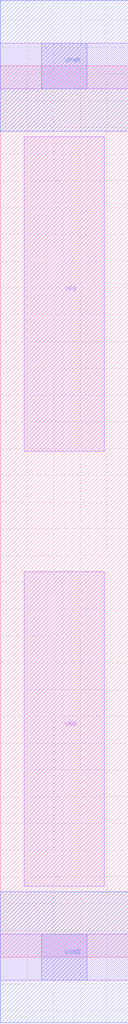
<source format=lef>
# Copyright 2020 The SkyWater PDK Authors
#
# Licensed under the Apache License, Version 2.0 (the "License");
# you may not use this file except in compliance with the License.
# You may obtain a copy of the License at
#
#     https://www.apache.org/licenses/LICENSE-2.0
#
# Unless required by applicable law or agreed to in writing, software
# distributed under the License is distributed on an "AS IS" BASIS,
# WITHOUT WARRANTIES OR CONDITIONS OF ANY KIND, either express or implied.
# See the License for the specific language governing permissions and
# limitations under the License.
#
# SPDX-License-Identifier: Apache-2.0

VERSION 5.7 ;
  NAMESCASESENSITIVE ON ;
  NOWIREEXTENSIONATPIN ON ;
  DIVIDERCHAR "/" ;
  BUSBITCHARS "[]" ;
UNITS
  DATABASE MICRONS 200 ;
END UNITS
MACRO sky130_fd_sc_ms__tap_1
  CLASS CORE ;
  SOURCE USER ;
  FOREIGN sky130_fd_sc_ms__tap_1 ;
  ORIGIN  0.000000  0.000000 ;
  SIZE  0.480000 BY  3.330000 ;
  SYMMETRY X Y ;
  SITE unit ;
  PIN VGND
    DIRECTION INOUT ;
    USE GROUND ;
    PORT
      LAYER li1 ;
        RECT 0.000000 -0.085000 0.480000 0.085000 ;
      LAYER mcon ;
        RECT 0.155000 -0.085000 0.325000 0.085000 ;
      LAYER met1 ;
        RECT 0.000000 -0.245000 0.480000 0.245000 ;
    END
  END VGND
  PIN VNB
    DIRECTION INOUT ;
    USE GROUND ;
    PORT
      LAYER li1 ;
        RECT 0.090000 0.265000 0.390000 1.440000 ;
    END
  END VNB
  PIN VPB
    DIRECTION INOUT ;
    USE POWER ;
    PORT
      LAYER li1 ;
        RECT 0.090000 1.890000 0.390000 3.065000 ;
    END
  END VPB
  PIN VPWR
    DIRECTION INOUT ;
    USE POWER ;
    PORT
      LAYER li1 ;
        RECT 0.000000 3.245000 0.480000 3.415000 ;
      LAYER mcon ;
        RECT 0.155000 3.245000 0.325000 3.415000 ;
      LAYER met1 ;
        RECT 0.000000 3.085000 0.480000 3.575000 ;
    END
  END VPWR
END sky130_fd_sc_ms__tap_1

</source>
